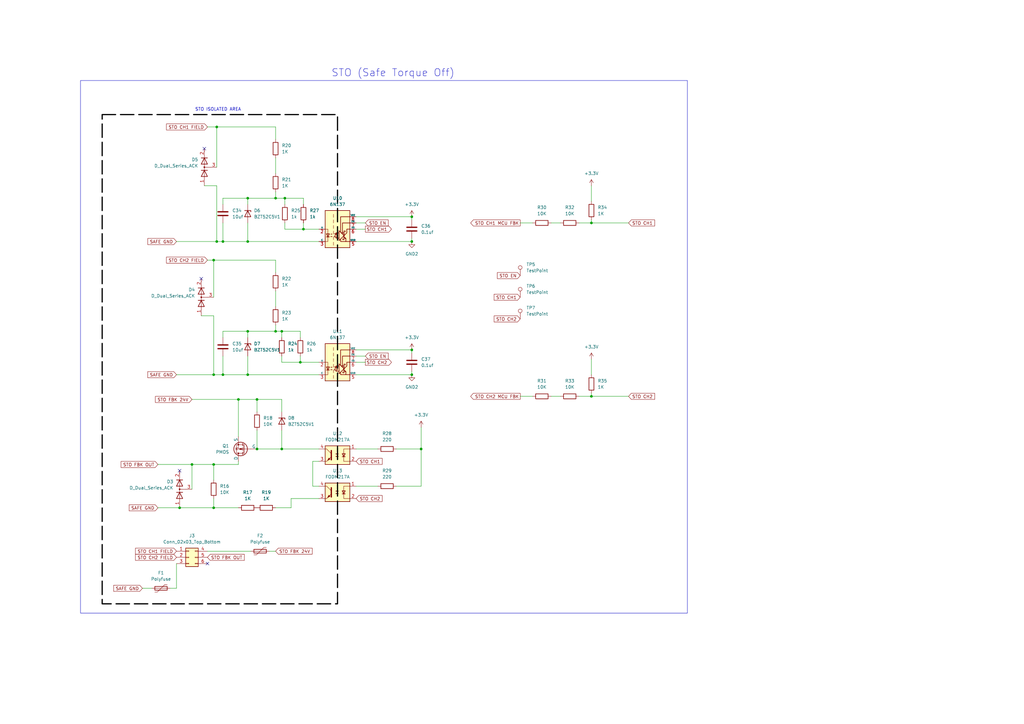
<source format=kicad_sch>
(kicad_sch (version 20231120) (generator "eeschema") (generator_version "8.0")
  (paper "A3")
  (lib_symbols
    (symbol "Connector:TestPoint" (pin_numbers hide) (pin_names (offset 0.762) hide)
      (property "Reference" "TP" (at 0 6.858 0))
      (property "Value" "TestPoint" (at 0 5.08 0))
      (symbol "TestPoint_0_1"
        (circle (center 0 3.302) (radius 0.762))
      )
      (symbol "TestPoint_1_1"
        (pin passive line (at 0 0 90) (length 2.54) (name "1") (number "1"))
      )
    )
    (symbol "Connector_Generic:Conn_02x03_Top_Bottom" (pin_names (offset 1.016) hide)
      (property "Reference" "J" (at 1.27 5.08 0))
      (property "Value" "Conn_02x03_Top_Bottom" (at 1.27 -5.08 0))
      (symbol "Conn_02x03_Top_Bottom_1_1"
        (rectangle (start -1.27 -2.413) (end 0 -2.667) (stroke (width 0.1524)))
        (rectangle (start -1.27 0.127) (end 0 -0.127) (stroke (width 0.1524)))
        (rectangle (start -1.27 2.667) (end 0 2.413) (stroke (width 0.1524)))
        (rectangle (start -1.27 3.81) (end 3.81 -3.81) (stroke (width 0.254)) (fill (type background)))
        (rectangle (start 3.81 -2.413) (end 2.54 -2.667) (stroke (width 0.1524)))
        (rectangle (start 3.81 0.127) (end 2.54 -0.127) (stroke (width 0.1524)))
        (rectangle (start 3.81 2.667) (end 2.54 2.413) (stroke (width 0.1524)))
        (pin passive line (at -5.08 2.54 0) (length 3.81) (name "Pin_1") (number "1"))
        (pin passive line (at -5.08 0 0) (length 3.81) (name "Pin_2") (number "2"))
        (pin passive line (at -5.08 -2.54 0) (length 3.81) (name "Pin_3") (number "3"))
        (pin passive line (at 7.62 2.54 180) (length 3.81) (name "Pin_4") (number "4"))
        (pin passive line (at 7.62 0 180) (length 3.81) (name "Pin_5") (number "5"))
        (pin passive line (at 7.62 -2.54 180) (length 3.81) (name "Pin_6") (number "6"))
      )
    )
    (symbol "Device:C" (pin_numbers hide) (pin_names (offset 0.254))
      (property "Reference" "C" (at 0.635 2.54 0))
      (property "Value" "C" (at 0.635 -2.54 0))
      (symbol "C_0_1"
        (polyline (pts (xy -2.032 -0.762) (xy 2.032 -0.762)) (stroke (width 0.508)))
        (polyline (pts (xy -2.032 0.762) (xy 2.032 0.762)) (stroke (width 0.508)))
      )
      (symbol "C_1_1"
        (pin passive line (at 0 3.81 270) (length 2.794) (name "~") (number "1"))
        (pin passive line (at 0 -3.81 90) (length 2.794) (name "~") (number "2"))
      )
    )
    (symbol "Device:D_Dual_Series_AKC" (pin_names (offset 0.762) hide)
      (property "Reference" "D" (at 1.27 -2.54 0))
      (property "Value" "D_Dual_Series_AKC" (at 0 2.54 0))
      (symbol "D_Dual_Series_AKC_0_1"
        (polyline (pts (xy -3.81 0) (xy 3.81 0)))
        (polyline (pts (xy 0 0) (xy 0 -2.54)))
        (polyline (pts (xy 6.35 0) (xy 7.62 0)))
        (polyline (pts (xy -1.27 -1.27) (xy -1.27 1.27) (xy -1.27 1.27)) (stroke (width 0.254)))
        (polyline (pts (xy 3.81 1.27) (xy 3.81 -1.27) (xy 3.81 -1.27)) (stroke (width 0.254)))
        (polyline (pts (xy -3.81 1.27) (xy -1.27 0) (xy -3.81 -1.27) (xy -3.81 1.27) (xy -3.81 1.27) (xy -3.81 1.27)) (stroke (width 0.254)))
        (polyline (pts (xy 1.27 1.27) (xy 3.81 0) (xy 1.27 -1.27) (xy 1.27 1.27) (xy 1.27 1.27) (xy 1.27 1.27)) (stroke (width 0.254)))
        (circle (center 0 0) (radius 0.254) (fill (type outline)))
        (pin passive line (at -7.62 0 0) (length 3.81) (name "A") (number "1"))
        (pin passive line (at 7.62 0 180) (length 3.81) (name "K") (number "2"))
        (pin passive line (at 0 -5.08 90) (length 2.54) (name "common") (number "3"))
      )
    )
    (symbol "Device:D_Zener" (pin_numbers hide) (pin_names (offset 1.016) hide)
      (property "Reference" "D" (at 0 2.54 0))
      (property "Value" "D_Zener" (at 0 -2.54 0))
      (symbol "D_Zener_0_1"
        (polyline (pts (xy 1.27 0) (xy -1.27 0)))
        (polyline (pts (xy -1.27 -1.27) (xy -1.27 1.27) (xy -0.762 1.27)) (stroke (width 0.254)))
        (polyline (pts (xy 1.27 -1.27) (xy 1.27 1.27) (xy -1.27 0) (xy 1.27 -1.27)) (stroke (width 0.254)))
      )
      (symbol "D_Zener_1_1"
        (pin passive line (at -3.81 0 0) (length 2.54) (name "K") (number "1"))
        (pin passive line (at 3.81 0 180) (length 2.54) (name "A") (number "2"))
      )
    )
    (symbol "Device:Polyfuse" (pin_numbers hide) (pin_names (offset 0))
      (property "Reference" "F" (at -2.54 0 90))
      (property "Value" "Polyfuse" (at 2.54 0 90))
      (symbol "Polyfuse_0_1"
        (rectangle (start -0.762 2.54) (end 0.762 -2.54) (stroke (width 0.254)))
        (polyline (pts (xy 0 2.54) (xy 0 -2.54)))
        (polyline (pts (xy -1.524 2.54) (xy -1.524 1.524) (xy 1.524 -1.524) (xy 1.524 -2.54)))
      )
      (symbol "Polyfuse_1_1"
        (pin passive line (at 0 3.81 270) (length 1.27) (name "~") (number "1"))
        (pin passive line (at 0 -3.81 90) (length 1.27) (name "~") (number "2"))
      )
    )
    (symbol "Device:R" (pin_numbers hide) (pin_names (offset 0))
      (property "Reference" "R" (at 2.032 0 90))
      (property "Value" "R" (at 0 0 90))
      (symbol "R_0_1"
        (rectangle (start -1.016 -2.54) (end 1.016 2.54) (stroke (width 0.254)))
      )
      (symbol "R_1_1"
        (pin passive line (at 0 3.81 270) (length 1.27) (name "~") (number "1"))
        (pin passive line (at 0 -3.81 90) (length 1.27) (name "~") (number "2"))
      )
    )
    (symbol "Isolator:6N137" (pin_names (offset 0))
      (property "Reference" "U" (at -4.064 8.89 0))
      (property "Value" "6N137" (at 0 -8.89 0))
      (symbol "6N137_0_1"
        (polyline (pts (xy 2.667 -3.556) (xy 2.667 -1.651)) (stroke (width 0.254)))
        (polyline (pts (xy 2.667 -2.159) (xy 2.667 -2.921)) (stroke (width 0.254)))
        (polyline (pts (xy 3.429 -3.937) (xy 3.429 -5.08)) (stroke (width 0.254)))
        (polyline (pts (xy -0.635 -3.302) (xy -0.635 -3.683) (xy 0.635 -3.683)) (stroke (width 0.254)))
        (polyline (pts (xy -0.635 -1.905) (xy -0.635 -1.524) (xy 0.508 -1.524)) (stroke (width 0.254)))
        (polyline (pts (xy 1.27 -4.064) (xy 1.27 -5.08) (xy 5.08 -5.08)) (stroke (width 0.254)))
        (polyline (pts (xy 1.27 -1.27) (xy 1.27 5.08) (xy 5.08 5.08)) (stroke (width 0.254)))
        (polyline (pts (xy 2.032 -1.27) (xy 2.032 2.54) (xy 5.08 2.54)) (stroke (width 0.254)))
        (polyline (pts (xy -5.08 -5.08) (xy -3.937 -5.08) (xy -3.937 0) (xy -5.08 0)))
        (polyline (pts (xy 2.667 -3.302) (xy 2.667 -4.318) (xy 2.159 -4.318) (xy 2.159 -3.937)) (stroke (width 0.254)))
        (polyline (pts (xy 2.667 -2.667) (xy 0.635 -4.699) (xy 0.635 -0.635) (xy 2.667 -2.667)) (stroke (width 0.254)))
        (polyline (pts (xy 2.667 -1.778) (xy 2.667 -0.762) (xy 3.175 -0.762) (xy 3.175 -1.143)) (stroke (width 0.254)))
        (polyline (pts (xy 2.794 -2.54) (xy 3.81 -1.524) (xy 3.81 0) (xy 5.08 0)) (stroke (width 0.254)))
        (polyline (pts (xy 2.667 -3.175) (xy 3.429 -3.937) (xy 3.302 -3.556) (xy 3.048 -3.81) (xy 3.429 -3.937)) (stroke (width 0.254)))
        (circle (center 2.032 -1.524) (radius 0.254) (stroke (width 0.254)))
      )
      (symbol "6N137_1_1"
        (rectangle (start -5.08 7.62) (end 5.08 -7.62) (stroke (width 0.254)) (fill (type background)))
        (polyline (pts (xy -4.572 -3.175) (xy -3.302 -3.175)) (stroke (width 0.254)))
        (polyline (pts (xy -1.651 -5.334) (xy -1.651 -6.604)))
        (polyline (pts (xy -1.651 -3.048) (xy -1.651 -4.318)))
        (polyline (pts (xy -1.651 -0.762) (xy -1.651 -2.032)))
        (polyline (pts (xy -1.651 1.524) (xy -1.651 0.254)))
        (polyline (pts (xy -1.651 3.81) (xy -1.651 2.54)))
        (polyline (pts (xy -1.651 6.096) (xy -1.651 4.826)))
        (polyline (pts (xy -1.27 -1.905) (xy 0 -1.905)) (stroke (width 0.254)))
        (polyline (pts (xy -3.937 -3.175) (xy -4.572 -1.905) (xy -3.302 -1.905) (xy -3.937 -3.175)) (stroke (width 0.254)))
        (polyline (pts (xy -0.635 -1.905) (xy -1.27 -3.175) (xy 0 -3.175) (xy -0.635 -1.905)) (stroke (width 0.254)))
        (polyline (pts (xy -2.921 -3.048) (xy -2.159 -3.048) (xy -2.54 -3.175) (xy -2.54 -2.921) (xy -2.159 -3.048)) (stroke (width 0.127)))
        (polyline (pts (xy -2.921 -2.032) (xy -2.159 -2.032) (xy -2.54 -2.159) (xy -2.54 -1.905) (xy -2.159 -2.032)) (stroke (width 0.127)))
        (pin no_connect line (at -5.08 5.08 0) (length 2.54) hide (name "NC") (number "1"))
        (pin passive line (at -7.62 0 0) (length 2.54) (name "A") (number "2"))
        (pin passive line (at -7.62 -5.08 0) (length 2.54) (name "C") (number "3"))
        (pin power_in line (at 7.62 -5.08 180) (length 2.54) (name "GND") (number "5"))
        (pin open_collector line (at 7.62 0 180) (length 2.54) (name "VO") (number "6"))
        (pin input line (at 7.62 2.54 180) (length 2.54) (name "EN") (number "7"))
        (pin power_in line (at 7.62 5.08 180) (length 2.54) (name "VCC") (number "8"))
      )
    )
    (symbol "Isolator:FODM217A"
      (property "Reference" "U" (at -5.08 5.08 0))
      (property "Value" "FODM217A" (at 0 5.08 0))
      (symbol "FODM217A_0_1"
        (rectangle (start -5.08 3.81) (end 5.08 -3.81) (stroke (width 0.254)) (fill (type background)))
        (polyline (pts (xy -3.175 -0.635) (xy -1.905 -0.635)) (stroke (width 0.254)))
        (polyline (pts (xy 2.54 0.635) (xy 4.445 2.54)))
        (polyline (pts (xy 4.445 -2.54) (xy 2.54 -0.635)) (fill (type outline)))
        (polyline (pts (xy 4.445 -2.54) (xy 5.08 -2.54)))
        (polyline (pts (xy 4.445 2.54) (xy 5.08 2.54)))
        (polyline (pts (xy -5.08 2.54) (xy -2.54 2.54) (xy -2.54 -0.635)))
        (polyline (pts (xy -2.54 -0.635) (xy -2.54 -2.54) (xy -5.08 -2.54)))
        (polyline (pts (xy 2.54 1.905) (xy 2.54 -1.905) (xy 2.54 -1.905)) (stroke (width 0.508)))
        (polyline (pts (xy -2.54 -0.635) (xy -3.175 0.635) (xy -1.905 0.635) (xy -2.54 -0.635)) (stroke (width 0.254)))
        (polyline (pts (xy -0.508 -0.508) (xy 0.762 -0.508) (xy 0.381 -0.635) (xy 0.381 -0.381) (xy 0.762 -0.508)))
        (polyline (pts (xy -0.508 0.508) (xy 0.762 0.508) (xy 0.381 0.381) (xy 0.381 0.635) (xy 0.762 0.508)))
        (polyline (pts (xy 3.048 -1.651) (xy 3.556 -1.143) (xy 4.064 -2.159) (xy 3.048 -1.651) (xy 3.048 -1.651)) (fill (type outline)))
      )
      (symbol "FODM217A_1_1"
        (pin passive line (at -7.62 2.54 0) (length 2.54) (name "~") (number "1"))
        (pin passive line (at -7.62 -2.54 0) (length 2.54) (name "~") (number "2"))
        (pin passive line (at 7.62 -2.54 180) (length 2.54) (name "~") (number "3"))
        (pin passive line (at 7.62 2.54 180) (length 2.54) (name "~") (number "4"))
      )
    )
    (symbol "Simulation_SPICE:PMOS" (pin_numbers hide) (pin_names (offset 0))
      (property "Reference" "Q8" (at 6.35 -1.27 0))
      (property "Value" "PMOS" (at 6.35 1.27 0))
      (symbol "PMOS_0_1"
        (polyline (pts (xy 0.254 0) (xy -2.54 0)))
        (polyline (pts (xy 0.254 1.905) (xy 0.254 -1.905)) (stroke (width 0.254)))
        (polyline (pts (xy 0.762 -1.27) (xy 0.762 -2.286)) (stroke (width 0.254)))
        (polyline (pts (xy 0.762 0.508) (xy 0.762 -0.508)) (stroke (width 0.254)))
        (polyline (pts (xy 0.762 2.286) (xy 0.762 1.27)) (stroke (width 0.254)))
        (polyline (pts (xy 2.54 2.54) (xy 2.54 1.778)))
        (polyline (pts (xy 2.54 -2.54) (xy 2.54 0) (xy 0.762 0)))
        (polyline (pts (xy 0.762 1.778) (xy 3.302 1.778) (xy 3.302 -1.778) (xy 0.762 -1.778)))
        (polyline (pts (xy 2.286 0) (xy 1.27 0.381) (xy 1.27 -0.381) (xy 2.286 0)) (fill (type outline)))
        (polyline (pts (xy 2.794 -0.508) (xy 2.921 -0.381) (xy 3.683 -0.381) (xy 3.81 -0.254)))
        (polyline (pts (xy 3.302 -0.381) (xy 2.921 0.254) (xy 3.683 0.254) (xy 3.302 -0.381)))
        (circle (center 1.651 0) (radius 2.794) (stroke (width 0.254)))
        (circle (center 2.54 -1.778) (radius 0.254) (fill (type outline)))
        (circle (center 2.54 1.778) (radius 0.254) (fill (type outline)))
      )
      (symbol "PMOS_1_1"
        (pin passive line (at 2.54 -5.08 90) (length 2.54) (name "S") (number "1"))
        (pin passive line (at 2.54 -5.08 90) (length 2.54) hide (name "S") (number "2"))
        (pin passive line (at 2.54 -5.08 90) (length 2.54) hide (name "S") (number "3"))
        (pin input line (at -5.08 0 0) (length 2.54) (name "G") (number "4"))
        (pin passive line (at 2.54 5.08 270) (length 2.54) (name "D") (number "5"))
        (pin passive line (at 2.54 5.08 270) (length 2.54) hide (name "D") (number "6"))
        (pin passive line (at 2.54 5.08 270) (length 2.54) hide (name "D") (number "7"))
        (pin passive line (at 2.54 5.08 270) (length 2.54) hide (name "D") (number "8"))
      )
    )
    (symbol "power:+3.3V" (power) (pin_names (offset 0))
      (property "Value" "+3.3V" (at 0 3.556 0))
      (symbol "+3.3V_0_1"
        (polyline (pts (xy -0.762 1.27) (xy 0 2.54)))
        (polyline (pts (xy 0 0) (xy 0 2.54)))
        (polyline (pts (xy 0 2.54) (xy 0.762 1.27)))
      )
      (symbol "+3.3V_1_1"
        (pin power_in line (at 0 0 90) (length 0) hide (name "+3.3V") (number "1"))
      )
    )
    (symbol "power:GND2" (power) (pin_names (offset 0))
      (property "Value" "GND2" (at 0 -3.81 0))
      (symbol "GND2_0_1"
        (polyline (pts (xy 0 0) (xy 0 -1.27) (xy 1.27 -1.27) (xy 0 -2.54) (xy -1.27 -1.27) (xy 0 -1.27)))
      )
      (symbol "GND2_1_1"
        (pin power_in line (at 0 0 270) (length 0) hide (name "GND2") (number "1"))
      )
    )
  )
  (junction (at 101.6 99.06))
  (junction (at 97.79 163.83))
  (junction (at 105.41 184.15))
  (junction (at 115.57 135.89))
  (junction (at 172.72 184.15))
  (junction (at 101.6 81.28))
  (junction (at 113.03 81.28))
  (junction (at 87.63 106.68))
  (junction (at 168.91 143.51))
  (junction (at 168.91 153.67))
  (junction (at 113.03 135.89))
  (junction (at 87.63 153.67))
  (junction (at 168.91 88.9))
  (junction (at 87.63 208.28))
  (junction (at 242.57 91.44))
  (junction (at 88.9 99.06))
  (junction (at 91.44 153.67))
  (junction (at 115.57 184.15))
  (junction (at 105.41 163.83))
  (junction (at 101.6 153.67))
  (junction (at 242.57 162.56))
  (junction (at 87.63 190.5))
  (junction (at 88.9 52.07))
  (junction (at 124.46 93.98))
  (junction (at 168.91 99.06))
  (junction (at 101.6 135.89))
  (junction (at 73.66 208.28))
  (junction (at 78.74 190.5))
  (junction (at 91.44 99.06))
  (junction (at 116.84 81.28))
  (junction (at 123.19 148.59))
  (no_connect (at 73.66 193.04))
  (no_connect (at 82.55 114.3))
  (no_connect (at 85.09 231.14))
  (no_connect (at 83.82 60.96))
  (wire (pts (xy 123.19 135.89) (xy 115.57 135.89)))
  (wire (pts (xy 146.05 91.44) (xy 149.86 91.44)))
  (wire (pts (xy 146.05 88.9) (xy 168.91 88.9)))
  (wire (pts (xy 115.57 163.83) (xy 105.41 163.83)))
  (wire (pts (xy 78.74 190.5) (xy 87.63 190.5)))
  (wire (pts (xy 87.63 153.67) (xy 91.44 153.67)))
  (wire (pts (xy 105.41 168.91) (xy 105.41 163.83)))
  (wire (pts (xy 115.57 146.05) (xy 115.57 148.59)))
  (wire (pts (xy 87.63 106.68) (xy 87.63 121.92)))
  (wire (pts (xy 146.05 99.06) (xy 168.91 99.06)))
  (wire (pts (xy 101.6 81.28) (xy 113.03 81.28)))
  (wire (pts (xy 146.05 93.98) (xy 149.86 93.98)))
  (wire (pts (xy 78.74 163.83) (xy 97.79 163.83)))
  (wire (pts (xy 146.05 146.05) (xy 149.86 146.05)))
  (wire (pts (xy 119.38 208.28) (xy 119.38 204.47)))
  (wire (pts (xy 85.09 106.68) (xy 87.63 106.68)))
  (wire (pts (xy 146.05 184.15) (xy 154.94 184.15)))
  (wire (pts (xy 237.49 162.56) (xy 242.57 162.56)))
  (wire (pts (xy 58.42 241.3) (xy 62.23 241.3)))
  (wire (pts (xy 168.91 88.9) (xy 168.91 90.17)))
  (wire (pts (xy 101.6 81.28) (xy 101.6 83.82)))
  (wire (pts (xy 85.09 52.07) (xy 88.9 52.07)))
  (wire (pts (xy 91.44 83.82) (xy 91.44 81.28)))
  (wire (pts (xy 226.06 91.44) (xy 229.87 91.44)))
  (wire (pts (xy 124.46 93.98) (xy 130.81 93.98)))
  (wire (pts (xy 91.44 81.28) (xy 101.6 81.28)))
  (wire (pts (xy 116.84 91.44) (xy 116.84 93.98)))
  (wire (pts (xy 97.79 163.83) (xy 105.41 163.83)))
  (wire (pts (xy 113.03 133.35) (xy 113.03 135.89)))
  (wire (pts (xy 82.55 129.54) (xy 87.63 129.54)))
  (wire (pts (xy 69.85 241.3) (xy 72.39 241.3)))
  (wire (pts (xy 72.39 153.67) (xy 87.63 153.67)))
  (wire (pts (xy 97.79 163.83) (xy 97.79 179.07)))
  (wire (pts (xy 162.56 199.39) (xy 172.72 199.39)))
  (wire (pts (xy 124.46 83.82) (xy 124.46 81.28)))
  (wire (pts (xy 115.57 176.53) (xy 115.57 184.15)))
  (wire (pts (xy 87.63 106.68) (xy 113.03 106.68)))
  (wire (pts (xy 87.63 190.5) (xy 97.79 190.5)))
  (wire (pts (xy 101.6 135.89) (xy 113.03 135.89)))
  (wire (pts (xy 116.84 81.28) (xy 113.03 81.28)))
  (wire (pts (xy 128.27 199.39) (xy 128.27 189.23)))
  (wire (pts (xy 88.9 76.2) (xy 88.9 99.06)))
  (wire (pts (xy 73.66 208.28) (xy 87.63 208.28)))
  (wire (pts (xy 123.19 138.43) (xy 123.19 135.89)))
  (wire (pts (xy 113.03 208.28) (xy 119.38 208.28)))
  (wire (pts (xy 115.57 148.59) (xy 123.19 148.59)))
  (wire (pts (xy 113.03 119.38) (xy 113.03 125.73)))
  (wire (pts (xy 87.63 190.5) (xy 87.63 196.85)))
  (wire (pts (xy 101.6 153.67) (xy 130.81 153.67)))
  (wire (pts (xy 64.77 208.28) (xy 73.66 208.28)))
  (wire (pts (xy 168.91 143.51) (xy 168.91 144.78)))
  (wire (pts (xy 83.82 76.2) (xy 88.9 76.2)))
  (wire (pts (xy 88.9 99.06) (xy 91.44 99.06)))
  (wire (pts (xy 87.63 208.28) (xy 97.79 208.28)))
  (wire (pts (xy 88.9 52.07) (xy 113.03 52.07)))
  (wire (pts (xy 168.91 153.67) (xy 168.91 152.4)))
  (wire (pts (xy 101.6 91.44) (xy 101.6 99.06)))
  (wire (pts (xy 123.19 148.59) (xy 130.81 148.59)))
  (wire (pts (xy 91.44 99.06) (xy 101.6 99.06)))
  (wire (pts (xy 242.57 147.32) (xy 242.57 153.67)))
  (wire (pts (xy 213.36 162.56) (xy 218.44 162.56)))
  (wire (pts (xy 146.05 153.67) (xy 168.91 153.67)))
  (wire (pts (xy 64.77 190.5) (xy 78.74 190.5)))
  (wire (pts (xy 242.57 161.29) (xy 242.57 162.56)))
  (wire (pts (xy 172.72 199.39) (xy 172.72 184.15)))
  (wire (pts (xy 102.87 226.06) (xy 85.09 226.06)))
  (wire (pts (xy 113.03 52.07) (xy 113.03 57.15)))
  (wire (pts (xy 91.44 146.05) (xy 91.44 153.67)))
  (wire (pts (xy 115.57 135.89) (xy 115.57 138.43)))
  (wire (pts (xy 91.44 91.44) (xy 91.44 99.06)))
  (wire (pts (xy 146.05 143.51) (xy 168.91 143.51)))
  (wire (pts (xy 115.57 135.89) (xy 113.03 135.89)))
  (wire (pts (xy 88.9 68.58) (xy 88.9 52.07)))
  (wire (pts (xy 101.6 146.05) (xy 101.6 153.67)))
  (wire (pts (xy 91.44 153.67) (xy 101.6 153.67)))
  (wire (pts (xy 113.03 78.74) (xy 113.03 81.28)))
  (wire (pts (xy 124.46 91.44) (xy 124.46 93.98)))
  (wire (pts (xy 213.36 91.44) (xy 218.44 91.44)))
  (wire (pts (xy 87.63 204.47) (xy 87.63 208.28)))
  (wire (pts (xy 242.57 76.2) (xy 242.57 82.55)))
  (wire (pts (xy 168.91 99.06) (xy 168.91 97.79)))
  (wire (pts (xy 226.06 162.56) (xy 229.87 162.56)))
  (wire (pts (xy 105.41 176.53) (xy 105.41 184.15)))
  (wire (pts (xy 242.57 162.56) (xy 257.81 162.56)))
  (wire (pts (xy 162.56 184.15) (xy 172.72 184.15)))
  (wire (pts (xy 115.57 184.15) (xy 130.81 184.15)))
  (wire (pts (xy 91.44 135.89) (xy 101.6 135.89)))
  (wire (pts (xy 87.63 129.54) (xy 87.63 153.67)))
  (wire (pts (xy 116.84 81.28) (xy 116.84 83.82)))
  (wire (pts (xy 105.41 184.15) (xy 115.57 184.15)))
  (wire (pts (xy 237.49 91.44) (xy 242.57 91.44)))
  (wire (pts (xy 172.72 184.15) (xy 172.72 175.26)))
  (wire (pts (xy 116.84 93.98) (xy 124.46 93.98)))
  (wire (pts (xy 146.05 199.39) (xy 154.94 199.39)))
  (wire (pts (xy 115.57 168.91) (xy 115.57 163.83)))
  (wire (pts (xy 124.46 81.28) (xy 116.84 81.28)))
  (wire (pts (xy 113.03 106.68) (xy 113.03 111.76)))
  (wire (pts (xy 146.05 148.59) (xy 149.86 148.59)))
  (wire (pts (xy 78.74 190.5) (xy 78.74 200.66)))
  (wire (pts (xy 101.6 99.06) (xy 130.81 99.06)))
  (wire (pts (xy 101.6 135.89) (xy 101.6 138.43)))
  (wire (pts (xy 123.19 146.05) (xy 123.19 148.59)))
  (wire (pts (xy 91.44 138.43) (xy 91.44 135.89)))
  (wire (pts (xy 242.57 91.44) (xy 257.81 91.44)))
  (wire (pts (xy 97.79 189.23) (xy 97.79 190.5)))
  (wire (pts (xy 130.81 199.39) (xy 128.27 199.39)))
  (wire (pts (xy 113.03 64.77) (xy 113.03 71.12)))
  (wire (pts (xy 113.03 226.06) (xy 110.49 226.06)))
  (wire (pts (xy 128.27 189.23) (xy 130.81 189.23)))
  (wire (pts (xy 119.38 204.47) (xy 130.81 204.47)))
  (wire (pts (xy 72.39 241.3) (xy 72.39 231.14)))
  (wire (pts (xy 242.57 90.17) (xy 242.57 91.44)))
  (wire (pts (xy 72.39 99.06) (xy 88.9 99.06)))
  (rectangle (start 41.91 46.99) (end 138.43 247.65) (stroke (width 0.5) (type dash) (color 0 0 0 0.14)))
  (rectangle (start 33.02 33.02) (end 281.94 251.46))
  (text "STO (Safe Torque Off)" (at 135.89 31.75 0) (effects (font (size 3 3)) (justify left bottom)))
  (text "STO ISOLATED AREA" (at 80.01 45.72 0) (effects (font (size 1.27 1.27)) (justify left bottom)))
  (global_label "STO CH1 FIELD" (shape input) (at 85.09 52.07 180) (property "Intersheetrefs" "${INTERSHEET_REFS}" (effects (hide yes))))
  (global_label "SAFE GND" (shape input) (at 58.42 241.3 180) (property "Intersheetrefs" "${INTERSHEET_REFS}" (effects (hide yes))))
  (global_label "STO CH2" (shape input) (at 146.05 204.47 0) (property "Intersheetrefs" "${INTERSHEET_REFS}" (effects (hide yes))))
  (global_label "STO CH1" (shape input) (at 257.81 91.44 0) (property "Intersheetrefs" "${INTERSHEET_REFS}" (effects (hide yes))))
  (global_label "STO EN" (shape input) (at 149.86 146.05 0) (property "Intersheetrefs" "${INTERSHEET_REFS}" (effects (hide yes))))
  (global_label "STO CH1 MCU FBK" (shape output) (at 213.36 91.44 180) (property "Intersheetrefs" "${INTERSHEET_REFS}" (effects (hide yes))))
  (global_label "STO EN" (shape input) (at 213.36 113.03 180) (property "Intersheetrefs" "${INTERSHEET_REFS}" (effects (hide yes))))
  (global_label "STO CH2" (shape output) (at 149.86 148.59 0) (property "Intersheetrefs" "${INTERSHEET_REFS}" (effects (hide yes))))
  (global_label "STO FBK OUT" (shape input) (at 85.09 228.6 0) (property "Intersheetrefs" "${INTERSHEET_REFS}" (effects (hide yes))))
  (global_label "STO CH2" (shape input) (at 213.36 130.81 180) (property "Intersheetrefs" "${INTERSHEET_REFS}" (effects (hide yes))))
  (global_label "STO CH2" (shape input) (at 257.81 162.56 0) (property "Intersheetrefs" "${INTERSHEET_REFS}" (effects (hide yes))))
  (global_label "SAFE GND" (shape input) (at 64.77 208.28 180) (property "Intersheetrefs" "${INTERSHEET_REFS}" (effects (hide yes))))
  (global_label "STO CH1" (shape input) (at 146.05 189.23 0) (property "Intersheetrefs" "${INTERSHEET_REFS}" (effects (hide yes))))
  (global_label "STO CH2 FIELD" (shape input) (at 85.09 106.68 180) (property "Intersheetrefs" "${INTERSHEET_REFS}" (effects (hide yes))))
  (global_label "STO CH2 FIELD" (shape input) (at 72.39 228.6 180) (property "Intersheetrefs" "${INTERSHEET_REFS}" (effects (hide yes))))
  (global_label "STO FBK OUT" (shape input) (at 64.77 190.5 180) (property "Intersheetrefs" "${INTERSHEET_REFS}" (effects (hide yes))))
  (global_label "STO CH1 FIELD" (shape input) (at 72.39 226.06 180) (property "Intersheetrefs" "${INTERSHEET_REFS}" (effects (hide yes))))
  (global_label "STO CH2 MCU FBK" (shape output) (at 213.36 162.56 180) (property "Intersheetrefs" "${INTERSHEET_REFS}" (effects (hide yes))))
  (global_label "STO FBK 24V" (shape input) (at 78.74 163.83 180) (property "Intersheetrefs" "${INTERSHEET_REFS}" (effects (hide yes))))
  (global_label "SAFE GND" (shape input) (at 72.39 153.67 180) (property "Intersheetrefs" "${INTERSHEET_REFS}" (effects (hide yes))))
  (global_label "STO CH1" (shape input) (at 213.36 121.92 180) (property "Intersheetrefs" "${INTERSHEET_REFS}" (effects (hide yes))))
  (global_label "STO CH1" (shape output) (at 149.86 93.98 0) (property "Intersheetrefs" "${INTERSHEET_REFS}" (effects (hide yes))))
  (global_label "STO FBK 24V" (shape input) (at 113.03 226.06 0) (property "Intersheetrefs" "${INTERSHEET_REFS}" (effects (hide yes))))
  (global_label "SAFE GND" (shape input) (at 72.39 99.06 180) (property "Intersheetrefs" "${INTERSHEET_REFS}" (effects (hide yes))))
  (global_label "STO EN" (shape input) (at 149.86 91.44 0) (property "Intersheetrefs" "${INTERSHEET_REFS}" (effects (hide yes))))
  (symbol (lib_id "Device:D_Dual_Series_AKC") (at 82.55 121.92 90) (unit 1)
    (property "Reference" "D4" (at 80.01 118.8085 90) (effects (justify left)))
    (property "Value" "D_Dual_Series_ACK" (at 80.01 121.3485 90) (effects (justify left)))
    (property "Footprint" "Package_TO_SOT_SMD:SOT-23" (effects (hide yes)))
  )
  (symbol (lib_id "Device:R") (at 105.41 172.72 180) (unit 1)
    (property "Reference" "R18" (at 107.95 171.45 0) (effects (justify right)))
    (property "Value" "10K" (at 107.95 173.99 0) (effects (justify right)))
    (property "Footprint" "Resistor_SMD:R_0603_1608Metric" (effects (hide yes)))
  )
  (symbol (lib_id "Connector:TestPoint") (at 213.36 121.92 0) (unit 1)
    (property "Reference" "TP6" (at 215.9 117.348 0) (effects (justify left)))
    (property "Value" "TestPoint" (at 215.9 119.888 0) (effects (justify left)))
    (property "Footprint" "footprints:TestPoint_Pad_3.1x1.6mm" (effects (hide yes)))
  )
  (symbol (lib_id "Device:R") (at 109.22 208.28 90) (unit 1)
    (property "Reference" "R19" (at 109.22 201.93 90))
    (property "Value" "1K" (at 109.22 204.47 90))
    (property "Footprint" "Resistor_SMD:R_0603_1608Metric" (effects (hide yes)))
  )
  (symbol (lib_id "Connector:TestPoint") (at 213.36 113.03 0) (unit 1)
    (property "Reference" "TP5" (at 215.9 108.458 0) (effects (justify left)))
    (property "Value" "TestPoint" (at 215.9 110.998 0) (effects (justify left)))
    (property "Footprint" "footprints:TestPoint_Pad_3.1x1.6mm" (effects (hide yes)))
  )
  (symbol (lib_id "Connector_Generic:Conn_02x03_Top_Bottom") (at 77.47 228.6 0) (unit 1)
    (property "Reference" "J3" (at 78.74 219.71 0))
    (property "Value" "Conn_02x03_Top_Bottom" (at 78.74 222.25 0))
    (property "Footprint" "Connector_Molex:Molex_Mini-Fit_Jr_5569-06A2_2x03_P4.20mm_Horizontal" (effects (hide yes)))
  )
  (symbol (lib_id "Device:R") (at 113.03 60.96 0) (unit 1)
    (property "Reference" "R20" (at 115.57 59.69 0) (effects (justify left)))
    (property "Value" "1K" (at 115.57 62.23 0) (effects (justify left)))
    (property "Footprint" "Resistor_SMD:R_0603_1608Metric" (effects (hide yes)))
  )
  (symbol (lib_id "Device:R") (at 123.19 142.24 0) (unit 1)
    (property "Reference" "R26" (at 125.73 140.97 0) (effects (justify left)))
    (property "Value" "1k" (at 125.73 143.51 0) (effects (justify left)))
    (property "Footprint" "Resistor_SMD:R_0603_1608Metric" (effects (hide yes)))
  )
  (symbol (lib_id "Device:C") (at 91.44 142.24 0) (unit 1)
    (property "Reference" "C35" (at 95.25 140.97 0) (effects (justify left)))
    (property "Value" "10uf" (at 95.25 143.51 0) (effects (justify left)))
    (property "Footprint" "Capacitor_SMD:C_0805_2012Metric" (effects (hide yes)))
  )
  (symbol (lib_id "Device:R") (at 222.25 162.56 90) (unit 1)
    (property "Reference" "R31" (at 222.25 156.21 90))
    (property "Value" "10K" (at 222.25 158.75 90))
    (property "Footprint" "Resistor_SMD:R_0603_1608Metric" (effects (hide yes)))
  )
  (symbol (lib_id "power:+3.3V") (at 242.57 76.2 0) (unit 1)
    (property "Reference" "#PWR048" (effects (hide yes)))
    (property "Value" "+3.3V" (at 242.57 71.12 0))
  )
  (symbol (lib_id "Device:R") (at 124.46 87.63 0) (unit 1)
    (property "Reference" "R27" (at 127 86.36 0) (effects (justify left)))
    (property "Value" "1k" (at 127 88.9 0) (effects (justify left)))
    (property "Footprint" "Resistor_SMD:R_0603_1608Metric" (effects (hide yes)))
  )
  (symbol (lib_id "Device:R") (at 233.68 162.56 90) (unit 1)
    (property "Reference" "R33" (at 233.68 156.21 90))
    (property "Value" "10K" (at 233.68 158.75 90))
    (property "Footprint" "Resistor_SMD:R_0603_1608Metric" (effects (hide yes)))
  )
  (symbol (lib_id "Device:R") (at 113.03 115.57 0) (unit 1)
    (property "Reference" "R22" (at 115.57 114.3 0) (effects (justify left)))
    (property "Value" "1K" (at 115.57 116.84 0) (effects (justify left)))
    (property "Footprint" "Resistor_SMD:R_0603_1608Metric" (effects (hide yes)))
  )
  (symbol (lib_id "power:+3.3V") (at 242.57 147.32 0) (unit 1)
    (property "Reference" "#PWR049" (effects (hide yes)))
    (property "Value" "+3.3V" (at 242.57 142.24 0))
  )
  (symbol (lib_id "power:+3.3V") (at 172.72 175.26 0) (unit 1)
    (property "Reference" "#PWR047" (effects (hide yes)))
    (property "Value" "+3.3V" (at 172.72 170.18 0))
  )
  (symbol (lib_id "Device:R") (at 233.68 91.44 90) (unit 1)
    (property "Reference" "R32" (at 233.68 85.09 90))
    (property "Value" "10K" (at 233.68 87.63 90))
    (property "Footprint" "Resistor_SMD:R_0603_1608Metric" (effects (hide yes)))
  )
  (symbol (lib_id "Device:R") (at 101.6 208.28 90) (unit 1)
    (property "Reference" "R17" (at 101.6 201.93 90))
    (property "Value" "1K" (at 101.6 204.47 90))
    (property "Footprint" "Resistor_SMD:R_0603_1608Metric" (effects (hide yes)))
  )
  (symbol (lib_id "Device:R") (at 113.03 74.93 0) (unit 1)
    (property "Reference" "R21" (at 115.57 73.66 0) (effects (justify left)))
    (property "Value" "1K" (at 115.57 76.2 0) (effects (justify left)))
    (property "Footprint" "Resistor_SMD:R_0603_1608Metric" (effects (hide yes)))
  )
  (symbol (lib_id "Device:R") (at 158.75 184.15 90) (unit 1)
    (property "Reference" "R28" (at 158.75 177.8 90))
    (property "Value" "220" (at 158.75 180.34 90))
    (property "Footprint" "Resistor_SMD:R_0603_1608Metric" (effects (hide yes)))
  )
  (symbol (lib_id "Isolator:6N137") (at 138.43 148.59 0) (unit 1)
    (property "Reference" "U11" (at 138.43 135.89 0))
    (property "Value" "6N137" (at 138.43 138.43 0))
    (property "Footprint" "footprints:6N137S_LTO" (effects (hide yes)))
    (property "Datasheet" "https://docs.broadcom.com/docs/AV02-0940EN" (effects (hide yes)))
  )
  (symbol (lib_id "Device:C") (at 168.91 148.59 0) (unit 1)
    (property "Reference" "C37" (at 172.72 147.32 0) (effects (justify left)))
    (property "Value" "0.1uf" (at 172.72 149.86 0) (effects (justify left)))
    (property "Footprint" "Capacitor_SMD:C_0603_1608Metric" (effects (hide yes)))
  )
  (symbol (lib_id "Device:Polyfuse") (at 66.04 241.3 90) (unit 1)
    (property "Reference" "F1" (at 66.04 234.95 90))
    (property "Value" "Polyfuse" (at 66.04 237.49 90))
    (property "Footprint" "Fuse:Fuse_1206_3216Metric" (effects (hide yes)))
  )
  (symbol (lib_id "Device:R") (at 242.57 86.36 0) (unit 1)
    (property "Reference" "R34" (at 245.11 85.09 0) (effects (justify left)))
    (property "Value" "1K" (at 245.11 87.63 0) (effects (justify left)))
    (property "Footprint" "Resistor_SMD:R_0603_1608Metric" (effects (hide yes)))
  )
  (symbol (lib_id "Device:D_Dual_Series_AKC") (at 73.66 200.66 90) (unit 1)
    (property "Reference" "D3" (at 71.12 197.5485 90) (effects (justify left)))
    (property "Value" "D_Dual_Series_ACK" (at 71.12 200.0885 90) (effects (justify left)))
    (property "Footprint" "Package_TO_SOT_SMD:SOT-23" (effects (hide yes)))
  )
  (symbol (lib_id "Simulation_SPICE:PMOS") (at 100.33 184.15 180) (unit 1)
    (property "Reference" "Q1" (at 93.98 182.88 0) (effects (justify left)))
    (property "Value" "PMOS" (at 93.98 185.42 0) (effects (justify left)))
    (property "Footprint" "Package_SO:SOIC-8_3.9x4.9mm_P1.27mm" (effects (hide yes)))
    (property "Datasheet" "https://ngspice.sourceforge.io/docs/ngspice-manual.pdf" (effects (hide yes)))
    (property "Sim.Device" "PMOS" (effects (hide yes)))
    (property "Sim.Type" "VDMOS" (effects (hide yes)))
    (property "Sim.Pins" "1=D 2=G 3=S" (effects (hide yes)))
  )
  (symbol (lib_id "Device:R") (at 158.75 199.39 90) (unit 1)
    (property "Reference" "R29" (at 158.75 193.04 90))
    (property "Value" "220" (at 158.75 195.58 90))
    (property "Footprint" "Resistor_SMD:R_0603_1608Metric" (effects (hide yes)))
  )
  (symbol (lib_id "Device:R") (at 87.63 200.66 180) (unit 1)
    (property "Reference" "R16" (at 90.17 199.39 0) (effects (justify right)))
    (property "Value" "10K" (at 90.17 201.93 0) (effects (justify right)))
    (property "Footprint" "Resistor_SMD:R_0603_1608Metric" (effects (hide yes)))
  )
  (symbol (lib_id "Device:D_Zener") (at 101.6 142.24 270) (unit 1)
    (property "Reference" "D7" (at 104.14 140.97 90) (effects (justify left)))
    (property "Value" "BZT52C5V1" (at 104.14 143.51 90) (effects (justify left)))
    (property "Footprint" "Diode_SMD:D_SOD-123" (effects (hide yes)))
  )
  (symbol (lib_id "Isolator:FODM217A") (at 138.43 201.93 0) (mirror y) (unit 1)
    (property "Reference" "U13" (at 138.43 193.04 0))
    (property "Value" "FODM217A" (at 138.43 195.58 0))
    (property "Footprint" "Package_SO:SOP-4_4.4x2.6mm_P1.27mm" (effects (hide yes)))
    (property "Datasheet" "https://www.onsemi.com/pub/Collateral/FODM214-D.PDF" (effects (hide yes)))
  )
  (symbol (lib_id "power:+3.3V") (at 168.91 143.51 0) (unit 1)
    (property "Reference" "#PWR045" (effects (hide yes)))
    (property "Value" "+3.3V" (at 168.91 138.43 0))
  )
  (symbol (lib_id "Isolator:FODM217A") (at 138.43 186.69 0) (mirror y) (unit 1)
    (property "Reference" "U12" (at 138.43 177.8 0))
    (property "Value" "FODM217A" (at 138.43 180.34 0))
    (property "Footprint" "Package_SO:SOP-4_4.4x2.6mm_P1.27mm" (effects (hide yes)))
    (property "Datasheet" "https://www.onsemi.com/pub/Collateral/FODM214-D.PDF" (effects (hide yes)))
  )
  (symbol (lib_id "Device:C") (at 168.91 93.98 0) (unit 1)
    (property "Reference" "C36" (at 172.72 92.71 0) (effects (justify left)))
    (property "Value" "0.1uf" (at 172.72 95.25 0) (effects (justify left)))
    (property "Footprint" "Capacitor_SMD:C_0603_1608Metric" (effects (hide yes)))
  )
  (symbol (lib_id "Device:Polyfuse") (at 106.68 226.06 90) (unit 1)
    (property "Reference" "F2" (at 106.68 219.71 90))
    (property "Value" "Polyfuse" (at 106.68 222.25 90))
    (property "Footprint" "Fuse:Fuse_1206_3216Metric" (effects (hide yes)))
  )
  (symbol (lib_id "Device:R") (at 113.03 129.54 0) (unit 1)
    (property "Reference" "R23" (at 115.57 128.27 0) (effects (justify left)))
    (property "Value" "1K" (at 115.57 130.81 0) (effects (justify left)))
    (property "Footprint" "Resistor_SMD:R_0603_1608Metric" (effects (hide yes)))
  )
  (symbol (lib_id "Device:D_Zener") (at 115.57 172.72 270) (unit 1)
    (property "Reference" "D8" (at 118.11 171.45 90) (effects (justify left)))
    (property "Value" "BZT52C5V1" (at 118.11 173.99 90) (effects (justify left)))
    (property "Footprint" "Diode_SMD:D_SOD-123" (effects (hide yes)))
  )
  (symbol (lib_id "power:+3.3V") (at 168.91 88.9 0) (unit 1)
    (property "Reference" "#PWR043" (effects (hide yes)))
    (property "Value" "+3.3V" (at 168.91 83.82 0))
  )
  (symbol (lib_id "power:GND2") (at 168.91 153.67 0) (unit 1)
    (property "Reference" "#PWR046" (effects (hide yes)))
    (property "Value" "GND2" (at 168.91 158.75 0))
  )
  (symbol (lib_id "Isolator:6N137") (at 138.43 93.98 0) (unit 1)
    (property "Reference" "U10" (at 138.43 81.28 0))
    (property "Value" "6N137" (at 138.43 83.82 0))
    (property "Footprint" "footprints:6N137S_LTO" (effects (hide yes)))
    (property "Datasheet" "https://docs.broadcom.com/docs/AV02-0940EN" (effects (hide yes)))
  )
  (symbol (lib_id "Connector:TestPoint") (at 213.36 130.81 0) (unit 1)
    (property "Reference" "TP7" (at 215.9 126.238 0) (effects (justify left)))
    (property "Value" "TestPoint" (at 215.9 128.778 0) (effects (justify left)))
    (property "Footprint" "footprints:TestPoint_Pad_3.1x1.6mm" (effects (hide yes)))
  )
  (symbol (lib_id "Device:C") (at 91.44 87.63 0) (unit 1)
    (property "Reference" "C34" (at 95.25 86.36 0) (effects (justify left)))
    (property "Value" "10uf" (at 95.25 88.9 0) (effects (justify left)))
    (property "Footprint" "Capacitor_SMD:C_0805_2012Metric" (effects (hide yes)))
  )
  (symbol (lib_id "Device:D_Zener") (at 101.6 87.63 270) (unit 1)
    (property "Reference" "D6" (at 104.14 86.36 90) (effects (justify left)))
    (property "Value" "BZT52C5V1" (at 104.14 88.9 90) (effects (justify left)))
    (property "Footprint" "Diode_SMD:D_SOD-123" (effects (hide yes)))
  )
  (symbol (lib_id "power:GND2") (at 168.91 99.06 0) (unit 1)
    (property "Reference" "#PWR044" (effects (hide yes)))
    (property "Value" "GND2" (at 168.91 104.14 0))
  )
  (symbol (lib_id "Device:R") (at 115.57 142.24 0) (unit 1)
    (property "Reference" "R24" (at 118.11 140.97 0) (effects (justify left)))
    (property "Value" "1k" (at 118.11 143.51 0) (effects (justify left)))
    (property "Footprint" "Resistor_SMD:R_0603_1608Metric" (effects (hide yes)))
  )
  (symbol (lib_id "Device:R") (at 222.25 91.44 90) (unit 1)
    (property "Reference" "R30" (at 222.25 85.09 90))
    (property "Value" "10K" (at 222.25 87.63 90))
    (property "Footprint" "Resistor_SMD:R_0603_1608Metric" (effects (hide yes)))
  )
  (symbol (lib_id "Device:R") (at 242.57 157.48 0) (unit 1)
    (property "Reference" "R35" (at 245.11 156.21 0) (effects (justify left)))
    (property "Value" "1K" (at 245.11 158.75 0) (effects (justify left)))
    (property "Footprint" "Resistor_SMD:R_0603_1608Metric" (effects (hide yes)))
  )
  (symbol (lib_id "Device:D_Dual_Series_AKC") (at 83.82 68.58 90) (unit 1)
    (property "Reference" "D5" (at 81.28 65.4685 90) (effects (justify left)))
    (property "Value" "D_Dual_Series_ACK" (at 81.28 68.0085 90) (effects (justify left)))
    (property "Footprint" "Package_TO_SOT_SMD:SOT-23" (effects (hide yes)))
  )
  (symbol (lib_id "Device:R") (at 116.84 87.63 0) (unit 1)
    (property "Reference" "R25" (at 119.38 86.36 0) (effects (justify left)))
    (property "Value" "1k" (at 119.38 88.9 0) (effects (justify left)))
    (property "Footprint" "Resistor_SMD:R_0603_1608Metric" (effects (hide yes)))
  )
)
</source>
